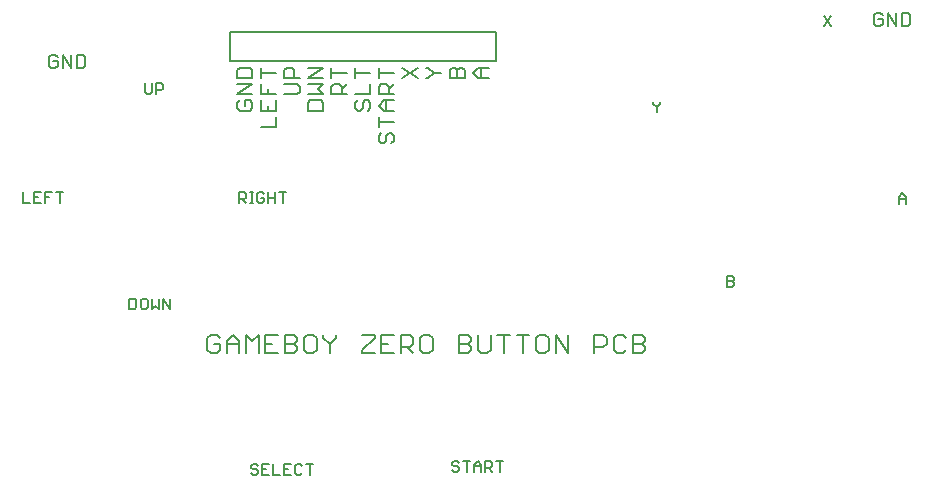
<source format=gto>
G75*
%MOIN*%
%OFA0B0*%
%FSLAX25Y25*%
%IPPOS*%
%LPD*%
%AMOC8*
5,1,8,0,0,1.08239X$1,22.5*
%
%ADD10C,0.00800*%
%ADD11C,0.00500*%
%ADD12C,0.00700*%
D10*
X0081995Y0080180D02*
X0083030Y0079145D01*
X0085098Y0079145D01*
X0086132Y0080180D01*
X0086132Y0082248D01*
X0084064Y0082248D01*
X0086132Y0084317D02*
X0085098Y0085351D01*
X0083030Y0085351D01*
X0081995Y0084317D01*
X0081995Y0080180D01*
X0088441Y0079145D02*
X0088441Y0083282D01*
X0090509Y0085351D01*
X0092578Y0083282D01*
X0092578Y0079145D01*
X0094886Y0079145D02*
X0094886Y0085351D01*
X0096955Y0083282D01*
X0099023Y0085351D01*
X0099023Y0079145D01*
X0101332Y0079145D02*
X0105469Y0079145D01*
X0107777Y0079145D02*
X0110880Y0079145D01*
X0111914Y0080180D01*
X0111914Y0081214D01*
X0110880Y0082248D01*
X0107777Y0082248D01*
X0107777Y0079145D02*
X0107777Y0085351D01*
X0110880Y0085351D01*
X0111914Y0084317D01*
X0111914Y0083282D01*
X0110880Y0082248D01*
X0105469Y0085351D02*
X0101332Y0085351D01*
X0101332Y0079145D01*
X0101332Y0082248D02*
X0103400Y0082248D01*
X0092578Y0082248D02*
X0088441Y0082248D01*
X0114223Y0080180D02*
X0115257Y0079145D01*
X0117325Y0079145D01*
X0118360Y0080180D01*
X0118360Y0084317D01*
X0117325Y0085351D01*
X0115257Y0085351D01*
X0114223Y0084317D01*
X0114223Y0080180D01*
X0120668Y0084317D02*
X0122737Y0082248D01*
X0122737Y0079145D01*
X0122737Y0082248D02*
X0124805Y0084317D01*
X0124805Y0085351D01*
X0120668Y0085351D02*
X0120668Y0084317D01*
X0133559Y0085351D02*
X0137696Y0085351D01*
X0137696Y0084317D01*
X0133559Y0080180D01*
X0133559Y0079145D01*
X0137696Y0079145D01*
X0140005Y0079145D02*
X0144142Y0079145D01*
X0146450Y0079145D02*
X0146450Y0085351D01*
X0149553Y0085351D01*
X0150587Y0084317D01*
X0150587Y0082248D01*
X0149553Y0081214D01*
X0146450Y0081214D01*
X0148519Y0081214D02*
X0150587Y0079145D01*
X0152896Y0080180D02*
X0153930Y0079145D01*
X0155998Y0079145D01*
X0157033Y0080180D01*
X0157033Y0084317D01*
X0155998Y0085351D01*
X0153930Y0085351D01*
X0152896Y0084317D01*
X0152896Y0080180D01*
X0144142Y0085351D02*
X0140005Y0085351D01*
X0140005Y0079145D01*
X0140005Y0082248D02*
X0142073Y0082248D01*
X0165787Y0082248D02*
X0168889Y0082248D01*
X0169924Y0081214D01*
X0169924Y0080180D01*
X0168889Y0079145D01*
X0165787Y0079145D01*
X0165787Y0085351D01*
X0168889Y0085351D01*
X0169924Y0084317D01*
X0169924Y0083282D01*
X0168889Y0082248D01*
X0172232Y0080180D02*
X0173266Y0079145D01*
X0175335Y0079145D01*
X0176369Y0080180D01*
X0176369Y0085351D01*
X0178678Y0085351D02*
X0182815Y0085351D01*
X0180746Y0085351D02*
X0180746Y0079145D01*
X0187192Y0079145D02*
X0187192Y0085351D01*
X0189260Y0085351D02*
X0185123Y0085351D01*
X0191569Y0084317D02*
X0191569Y0080180D01*
X0192603Y0079145D01*
X0194671Y0079145D01*
X0195706Y0080180D01*
X0195706Y0084317D01*
X0194671Y0085351D01*
X0192603Y0085351D01*
X0191569Y0084317D01*
X0198014Y0085351D02*
X0198014Y0079145D01*
X0202151Y0079145D02*
X0202151Y0085351D01*
X0198014Y0085351D02*
X0202151Y0079145D01*
X0210905Y0079145D02*
X0210905Y0085351D01*
X0214008Y0085351D01*
X0215042Y0084317D01*
X0215042Y0082248D01*
X0214008Y0081214D01*
X0210905Y0081214D01*
X0217351Y0080180D02*
X0218385Y0079145D01*
X0220453Y0079145D01*
X0221488Y0080180D01*
X0223796Y0079145D02*
X0226899Y0079145D01*
X0227933Y0080180D01*
X0227933Y0081214D01*
X0226899Y0082248D01*
X0223796Y0082248D01*
X0221488Y0084317D02*
X0220453Y0085351D01*
X0218385Y0085351D01*
X0217351Y0084317D01*
X0217351Y0080180D01*
X0223796Y0079145D02*
X0223796Y0085351D01*
X0226899Y0085351D01*
X0227933Y0084317D01*
X0227933Y0083282D01*
X0226899Y0082248D01*
X0172232Y0080180D02*
X0172232Y0085351D01*
X0143336Y0149122D02*
X0144187Y0149974D01*
X0144187Y0151677D01*
X0143336Y0152529D01*
X0142484Y0152529D01*
X0141633Y0151677D01*
X0141633Y0149974D01*
X0140781Y0149122D01*
X0139929Y0149122D01*
X0139078Y0149974D01*
X0139078Y0151677D01*
X0139929Y0152529D01*
X0139078Y0154560D02*
X0139078Y0157967D01*
X0139078Y0156263D02*
X0144187Y0156263D01*
X0144187Y0159998D02*
X0140781Y0159998D01*
X0139078Y0161701D01*
X0140781Y0163404D01*
X0144187Y0163404D01*
X0144187Y0165435D02*
X0139078Y0165435D01*
X0139078Y0167990D01*
X0139929Y0168842D01*
X0141633Y0168842D01*
X0142484Y0167990D01*
X0142484Y0165435D01*
X0142484Y0167139D02*
X0144187Y0168842D01*
X0146952Y0170873D02*
X0152061Y0174280D01*
X0154826Y0174280D02*
X0155677Y0174280D01*
X0157380Y0172576D01*
X0159935Y0172576D01*
X0157380Y0172576D02*
X0155677Y0170873D01*
X0154826Y0170873D01*
X0152061Y0170873D02*
X0146952Y0174280D01*
X0144187Y0172576D02*
X0139078Y0172576D01*
X0139078Y0170873D02*
X0139078Y0174280D01*
X0136313Y0172576D02*
X0131204Y0172576D01*
X0131204Y0170873D02*
X0131204Y0174280D01*
X0128439Y0172576D02*
X0123329Y0172576D01*
X0123329Y0170873D02*
X0123329Y0174280D01*
X0120565Y0174280D02*
X0115455Y0174280D01*
X0115455Y0170873D02*
X0120565Y0174280D01*
X0120565Y0170873D02*
X0115455Y0170873D01*
X0115455Y0168842D02*
X0120565Y0168842D01*
X0118862Y0167139D01*
X0120565Y0165435D01*
X0115455Y0165435D01*
X0116307Y0163404D02*
X0115455Y0162553D01*
X0115455Y0159998D01*
X0120565Y0159998D01*
X0120565Y0162553D01*
X0119714Y0163404D01*
X0116307Y0163404D01*
X0112691Y0166287D02*
X0112691Y0167990D01*
X0111840Y0168842D01*
X0107581Y0168842D01*
X0107581Y0170873D02*
X0107581Y0173428D01*
X0108433Y0174280D01*
X0110136Y0174280D01*
X0110988Y0173428D01*
X0110988Y0170873D01*
X0112691Y0170873D02*
X0107581Y0170873D01*
X0104817Y0172576D02*
X0099707Y0172576D01*
X0099707Y0170873D02*
X0099707Y0174280D01*
X0096943Y0173428D02*
X0096092Y0174280D01*
X0092685Y0174280D01*
X0091833Y0173428D01*
X0091833Y0170873D01*
X0096943Y0170873D01*
X0096943Y0173428D01*
X0096943Y0168842D02*
X0091833Y0168842D01*
X0091833Y0165435D02*
X0096943Y0168842D01*
X0099707Y0168842D02*
X0099707Y0165435D01*
X0104817Y0165435D01*
X0104817Y0163404D02*
X0104817Y0159998D01*
X0099707Y0159998D01*
X0099707Y0163404D01*
X0096943Y0162553D02*
X0096943Y0160849D01*
X0096092Y0159998D01*
X0092685Y0159998D01*
X0091833Y0160849D01*
X0091833Y0162553D01*
X0092685Y0163404D01*
X0094388Y0163404D02*
X0094388Y0161701D01*
X0094388Y0163404D02*
X0096092Y0163404D01*
X0096943Y0162553D01*
X0096943Y0165435D02*
X0091833Y0165435D01*
X0102262Y0165435D02*
X0102262Y0167139D01*
X0107581Y0165435D02*
X0111840Y0165435D01*
X0112691Y0166287D01*
X0123329Y0165435D02*
X0123329Y0167990D01*
X0124181Y0168842D01*
X0125884Y0168842D01*
X0126736Y0167990D01*
X0126736Y0165435D01*
X0128439Y0165435D02*
X0123329Y0165435D01*
X0126736Y0167139D02*
X0128439Y0168842D01*
X0131204Y0165435D02*
X0136313Y0165435D01*
X0136313Y0168842D01*
X0135462Y0163404D02*
X0136313Y0162553D01*
X0136313Y0160849D01*
X0135462Y0159998D01*
X0133759Y0160849D02*
X0133759Y0162553D01*
X0134610Y0163404D01*
X0135462Y0163404D01*
X0133759Y0160849D02*
X0132907Y0159998D01*
X0132055Y0159998D01*
X0131204Y0160849D01*
X0131204Y0162553D01*
X0132055Y0163404D01*
X0141633Y0163404D02*
X0141633Y0159998D01*
X0162700Y0170873D02*
X0162700Y0173428D01*
X0163551Y0174280D01*
X0164403Y0174280D01*
X0165255Y0173428D01*
X0165255Y0170873D01*
X0167809Y0170873D02*
X0162700Y0170873D01*
X0165255Y0173428D02*
X0166106Y0174280D01*
X0166958Y0174280D01*
X0167809Y0173428D01*
X0167809Y0170873D01*
X0170574Y0172576D02*
X0172277Y0174280D01*
X0175683Y0174280D01*
X0173129Y0174280D02*
X0173129Y0170873D01*
X0172277Y0170873D02*
X0175683Y0170873D01*
X0172277Y0170873D02*
X0170574Y0172576D01*
X0178115Y0176458D02*
X0089532Y0176458D01*
X0089532Y0186301D01*
X0178115Y0186301D01*
X0178115Y0176458D01*
X0104817Y0157967D02*
X0104817Y0154560D01*
X0099707Y0154560D01*
X0102262Y0159998D02*
X0102262Y0161701D01*
D11*
X0096499Y0039241D02*
X0097083Y0038657D01*
X0098250Y0038657D01*
X0098834Y0039241D01*
X0098834Y0039825D01*
X0098250Y0040408D01*
X0097083Y0040408D01*
X0096499Y0040992D01*
X0096499Y0041576D01*
X0097083Y0042160D01*
X0098250Y0042160D01*
X0098834Y0041576D01*
X0100182Y0042160D02*
X0100182Y0038657D01*
X0102517Y0038657D01*
X0103865Y0038657D02*
X0106200Y0038657D01*
X0107548Y0038657D02*
X0109884Y0038657D01*
X0111231Y0039241D02*
X0111815Y0038657D01*
X0112983Y0038657D01*
X0113567Y0039241D01*
X0113567Y0041576D02*
X0112983Y0042160D01*
X0111815Y0042160D01*
X0111231Y0041576D01*
X0111231Y0039241D01*
X0108716Y0040408D02*
X0107548Y0040408D01*
X0107548Y0038657D02*
X0107548Y0042160D01*
X0109884Y0042160D01*
X0114915Y0042160D02*
X0117250Y0042160D01*
X0116082Y0042160D02*
X0116082Y0038657D01*
X0103865Y0038657D02*
X0103865Y0042160D01*
X0102517Y0042160D02*
X0100182Y0042160D01*
X0100182Y0040408D02*
X0101350Y0040408D01*
X0163522Y0040241D02*
X0164106Y0039657D01*
X0165274Y0039657D01*
X0165858Y0040241D01*
X0165858Y0040825D01*
X0165274Y0041408D01*
X0164106Y0041408D01*
X0163522Y0041992D01*
X0163522Y0042576D01*
X0164106Y0043160D01*
X0165274Y0043160D01*
X0165858Y0042576D01*
X0167206Y0043160D02*
X0169541Y0043160D01*
X0168373Y0043160D02*
X0168373Y0039657D01*
X0170889Y0039657D02*
X0170889Y0041992D01*
X0172056Y0043160D01*
X0173224Y0041992D01*
X0173224Y0039657D01*
X0174572Y0039657D02*
X0174572Y0043160D01*
X0176323Y0043160D01*
X0176907Y0042576D01*
X0176907Y0041408D01*
X0176323Y0040825D01*
X0174572Y0040825D01*
X0175740Y0040825D02*
X0176907Y0039657D01*
X0179423Y0039657D02*
X0179423Y0043160D01*
X0180590Y0043160D02*
X0178255Y0043160D01*
X0173224Y0041408D02*
X0170889Y0041408D01*
X0255231Y0101366D02*
X0256983Y0101366D01*
X0257566Y0101949D01*
X0257566Y0102533D01*
X0256983Y0103117D01*
X0255231Y0103117D01*
X0255231Y0101366D02*
X0255231Y0104869D01*
X0256983Y0104869D01*
X0257566Y0104285D01*
X0257566Y0103701D01*
X0256983Y0103117D01*
X0312349Y0128925D02*
X0312349Y0131260D01*
X0313517Y0132428D01*
X0314685Y0131260D01*
X0314685Y0128925D01*
X0314685Y0130676D02*
X0312349Y0130676D01*
X0233007Y0162340D02*
X0231840Y0161172D01*
X0231840Y0159421D01*
X0231840Y0161172D02*
X0230672Y0162340D01*
X0230672Y0162924D01*
X0233007Y0162924D02*
X0233007Y0162340D01*
X0287664Y0188043D02*
X0290000Y0191546D01*
X0287664Y0191546D02*
X0290000Y0188043D01*
X0108276Y0132743D02*
X0105941Y0132743D01*
X0107108Y0132743D02*
X0107108Y0129240D01*
X0104593Y0129240D02*
X0104593Y0132743D01*
X0104593Y0130991D02*
X0102258Y0130991D01*
X0100910Y0130991D02*
X0100910Y0129823D01*
X0100326Y0129240D01*
X0099158Y0129240D01*
X0098574Y0129823D01*
X0098574Y0132159D01*
X0099158Y0132743D01*
X0100326Y0132743D01*
X0100910Y0132159D01*
X0100910Y0130991D02*
X0099742Y0130991D01*
X0097287Y0129240D02*
X0096119Y0129240D01*
X0096703Y0129240D02*
X0096703Y0132743D01*
X0096119Y0132743D02*
X0097287Y0132743D01*
X0094771Y0132159D02*
X0094771Y0130991D01*
X0094187Y0130407D01*
X0092436Y0130407D01*
X0092436Y0129240D02*
X0092436Y0132743D01*
X0094187Y0132743D01*
X0094771Y0132159D01*
X0093603Y0130407D02*
X0094771Y0129240D01*
X0102258Y0129240D02*
X0102258Y0132743D01*
X0064875Y0165610D02*
X0064875Y0169113D01*
X0066626Y0169113D01*
X0067210Y0168529D01*
X0067210Y0167361D01*
X0066626Y0166777D01*
X0064875Y0166777D01*
X0063527Y0166193D02*
X0063527Y0169113D01*
X0061192Y0169113D02*
X0061192Y0166193D01*
X0061776Y0165610D01*
X0062943Y0165610D01*
X0063527Y0166193D01*
X0033891Y0132837D02*
X0031556Y0132837D01*
X0032724Y0132837D02*
X0032724Y0129334D01*
X0029041Y0131086D02*
X0027873Y0131086D01*
X0027873Y0132837D02*
X0027873Y0129334D01*
X0026525Y0129334D02*
X0024190Y0129334D01*
X0024190Y0132837D01*
X0026525Y0132837D01*
X0027873Y0132837D02*
X0030208Y0132837D01*
X0025358Y0131086D02*
X0024190Y0131086D01*
X0022842Y0129334D02*
X0020507Y0129334D01*
X0020507Y0132837D01*
X0056003Y0097341D02*
X0057754Y0097341D01*
X0058338Y0096757D01*
X0058338Y0094422D01*
X0057754Y0093838D01*
X0056003Y0093838D01*
X0056003Y0097341D01*
X0059686Y0096757D02*
X0059686Y0094422D01*
X0060270Y0093838D01*
X0061437Y0093838D01*
X0062021Y0094422D01*
X0062021Y0096757D01*
X0061437Y0097341D01*
X0060270Y0097341D01*
X0059686Y0096757D01*
X0063369Y0097341D02*
X0063369Y0093838D01*
X0064537Y0095006D01*
X0065704Y0093838D01*
X0065704Y0097341D01*
X0067052Y0097341D02*
X0069387Y0093838D01*
X0069387Y0097341D01*
X0067052Y0097341D02*
X0067052Y0093838D01*
D12*
X0040533Y0174292D02*
X0038381Y0174292D01*
X0038381Y0178596D01*
X0040533Y0178596D01*
X0041251Y0177879D01*
X0041251Y0175010D01*
X0040533Y0174292D01*
X0036647Y0174292D02*
X0036647Y0178596D01*
X0033778Y0178596D02*
X0036647Y0174292D01*
X0033778Y0174292D02*
X0033778Y0178596D01*
X0032043Y0177879D02*
X0031325Y0178596D01*
X0029891Y0178596D01*
X0029174Y0177879D01*
X0029174Y0175010D01*
X0029891Y0174292D01*
X0031325Y0174292D01*
X0032043Y0175010D01*
X0032043Y0176444D01*
X0030608Y0176444D01*
X0304174Y0189010D02*
X0304891Y0188292D01*
X0306325Y0188292D01*
X0307043Y0189010D01*
X0307043Y0190444D01*
X0305608Y0190444D01*
X0304174Y0189010D02*
X0304174Y0191879D01*
X0304891Y0192596D01*
X0306325Y0192596D01*
X0307043Y0191879D01*
X0308778Y0192596D02*
X0311647Y0188292D01*
X0311647Y0192596D01*
X0313381Y0192596D02*
X0313381Y0188292D01*
X0315533Y0188292D01*
X0316251Y0189010D01*
X0316251Y0191879D01*
X0315533Y0192596D01*
X0313381Y0192596D01*
X0308778Y0192596D02*
X0308778Y0188292D01*
M02*

</source>
